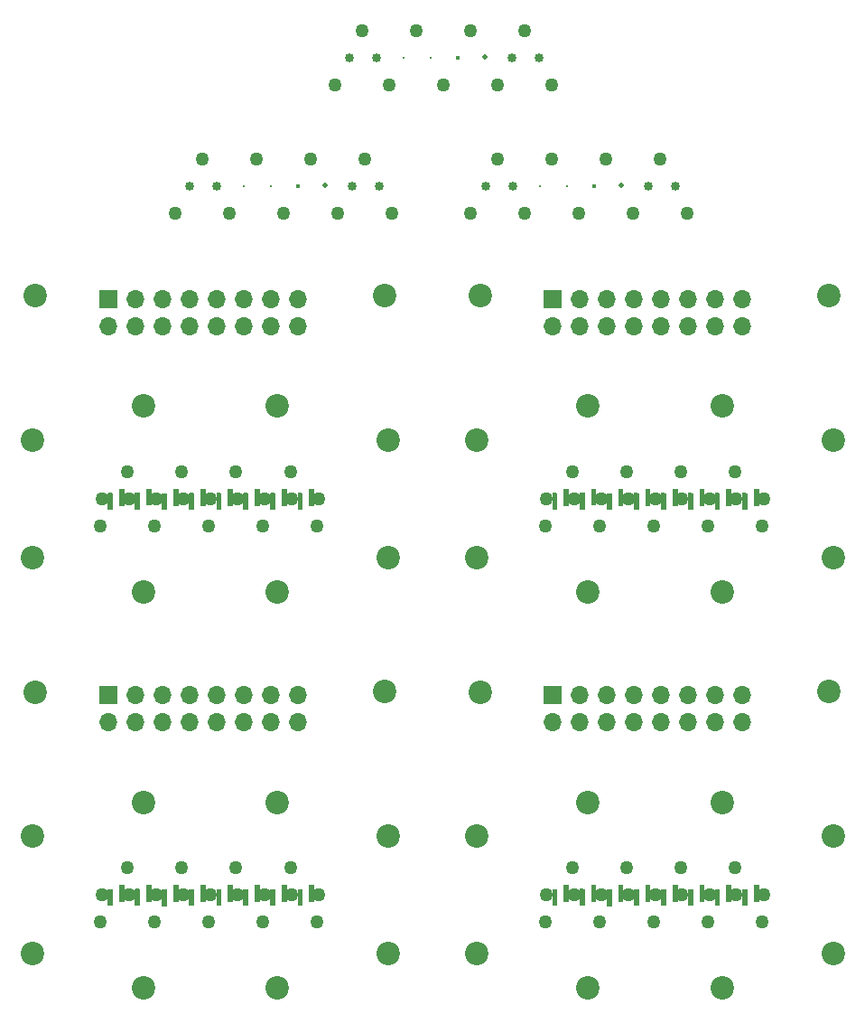
<source format=gbs>
%MOIN*%
%OFA0B0*%
%FSLAX46Y46*%
%IPPOS*%
%LPD*%
%ADD10C,0.0039370078740157488*%
%ADD11C,0.086614173228346469*%
%ADD12O,0.066929133858267723X0.066929133858267723*%
%ADD13R,0.066929133858267723X0.066929133858267723*%
%ADD14R,0.015748031496062995X0.059055118110236227*%
%ADD15C,0.05*%
%ADD26C,0.0039370078740157488*%
%ADD27C,0.086614173228346469*%
%ADD28O,0.066929133858267723X0.066929133858267723*%
%ADD29R,0.066929133858267723X0.066929133858267723*%
%ADD30R,0.015748031496062995X0.059055118110236227*%
%ADD31C,0.05*%
%ADD32C,0.0039370078740157488*%
%ADD33C,0.086614173228346469*%
%ADD34O,0.066929133858267723X0.066929133858267723*%
%ADD35R,0.066929133858267723X0.066929133858267723*%
%ADD36R,0.015748031496062995X0.059055118110236227*%
%ADD37C,0.05*%
%ADD38C,0.0039370078740157488*%
%ADD39C,0.086614173228346469*%
%ADD40O,0.066929133858267723X0.066929133858267723*%
%ADD41R,0.066929133858267723X0.066929133858267723*%
%ADD42R,0.015748031496062995X0.059055118110236227*%
%ADD43C,0.05*%
%ADD44C,0.05*%
%ADD45C,0.01968503937007874*%
%ADD46C,0.015748031496062995*%
%ADD47C,0.011811023622047244*%
%ADD48C,0.00984251968503937*%
%ADD49C,0.033464566929133861*%
%ADD50C,0.05*%
%ADD51C,0.01968503937007874*%
%ADD52C,0.015748031496062995*%
%ADD53C,0.011811023622047244*%
%ADD54C,0.00984251968503937*%
%ADD55C,0.033464566929133861*%
%ADD56C,0.05*%
%ADD57C,0.01968503937007874*%
%ADD58C,0.015748031496062995*%
%ADD59C,0.011811023622047244*%
%ADD60C,0.00984251968503937*%
%ADD61C,0.033464566929133861*%
G01*
D10*
G36*
X0000545783Y0000529953D02*
G01*
X0000561531Y0000529953D01*
X0000561531Y0000470898D01*
X0000545783Y0000470898D01*
X0000545783Y0000529953D01*
G37*
X0000545783Y0000529953D02*
X0000561531Y0000529953D01*
X0000561531Y0000470898D01*
X0000545783Y0000470898D01*
X0000545783Y0000529953D01*
G36*
X0000503264Y0000514205D02*
G01*
X0000519012Y0000514205D01*
X0000519012Y0000455150D01*
X0000503264Y0000455150D01*
X0000503264Y0000514205D01*
G37*
X0000503264Y0000514205D02*
X0000519012Y0000514205D01*
X0000519012Y0000455150D01*
X0000503264Y0000455150D01*
X0000503264Y0000514205D01*
G36*
X0000645783Y0000528953D02*
G01*
X0000661531Y0000528953D01*
X0000661531Y0000469898D01*
X0000645783Y0000469898D01*
X0000645783Y0000528953D01*
G37*
X0000645783Y0000528953D02*
X0000661531Y0000528953D01*
X0000661531Y0000469898D01*
X0000645783Y0000469898D01*
X0000645783Y0000528953D01*
G36*
X0000603264Y0000513205D02*
G01*
X0000619012Y0000513205D01*
X0000619012Y0000454150D01*
X0000603264Y0000454150D01*
X0000603264Y0000513205D01*
G37*
X0000603264Y0000513205D02*
X0000619012Y0000513205D01*
X0000619012Y0000454150D01*
X0000603264Y0000454150D01*
X0000603264Y0000513205D01*
G36*
X0000746283Y0000529453D02*
G01*
X0000762031Y0000529453D01*
X0000762031Y0000470398D01*
X0000746283Y0000470398D01*
X0000746283Y0000529453D01*
G37*
X0000746283Y0000529453D02*
X0000762031Y0000529453D01*
X0000762031Y0000470398D01*
X0000746283Y0000470398D01*
X0000746283Y0000529453D01*
G36*
X0000703764Y0000513705D02*
G01*
X0000719512Y0000513705D01*
X0000719512Y0000454650D01*
X0000703764Y0000454650D01*
X0000703764Y0000513705D01*
G37*
X0000703764Y0000513705D02*
X0000719512Y0000513705D01*
X0000719512Y0000454650D01*
X0000703764Y0000454650D01*
X0000703764Y0000513705D01*
G36*
X0000846783Y0000529453D02*
G01*
X0000862531Y0000529453D01*
X0000862531Y0000470398D01*
X0000846783Y0000470398D01*
X0000846783Y0000529453D01*
G37*
X0000846783Y0000529453D02*
X0000862531Y0000529453D01*
X0000862531Y0000470398D01*
X0000846783Y0000470398D01*
X0000846783Y0000529453D01*
G36*
X0000804264Y0000513705D02*
G01*
X0000820012Y0000513705D01*
X0000820012Y0000454650D01*
X0000804264Y0000454650D01*
X0000804264Y0000513705D01*
G37*
X0000804264Y0000513705D02*
X0000820012Y0000513705D01*
X0000820012Y0000454650D01*
X0000804264Y0000454650D01*
X0000804264Y0000513705D01*
G36*
X0000445283Y0000529453D02*
G01*
X0000461031Y0000529453D01*
X0000461031Y0000470398D01*
X0000445283Y0000470398D01*
X0000445283Y0000529453D01*
G37*
X0000445283Y0000529453D02*
X0000461031Y0000529453D01*
X0000461031Y0000470398D01*
X0000445283Y0000470398D01*
X0000445283Y0000529453D01*
G36*
X0000402764Y0000513705D02*
G01*
X0000418512Y0000513705D01*
X0000418512Y0000454650D01*
X0000402764Y0000454650D01*
X0000402764Y0000513705D01*
G37*
X0000402764Y0000513705D02*
X0000418512Y0000513705D01*
X0000418512Y0000454650D01*
X0000402764Y0000454650D01*
X0000402764Y0000513705D01*
G36*
X0000945783Y0000529453D02*
G01*
X0000961531Y0000529453D01*
X0000961531Y0000470398D01*
X0000945783Y0000470398D01*
X0000945783Y0000529453D01*
G37*
X0000945783Y0000529453D02*
X0000961531Y0000529453D01*
X0000961531Y0000470398D01*
X0000945783Y0000470398D01*
X0000945783Y0000529453D01*
G36*
X0000903264Y0000513705D02*
G01*
X0000919012Y0000513705D01*
X0000919012Y0000454650D01*
X0000903264Y0000454650D01*
X0000903264Y0000513705D01*
G37*
X0000903264Y0000513705D02*
X0000919012Y0000513705D01*
X0000919012Y0000454650D01*
X0000903264Y0000454650D01*
X0000903264Y0000513705D01*
G36*
X0001045283Y0000529453D02*
G01*
X0001061031Y0000529453D01*
X0001061031Y0000470398D01*
X0001045283Y0000470398D01*
X0001045283Y0000529453D01*
G37*
X0001045283Y0000529453D02*
X0001061031Y0000529453D01*
X0001061031Y0000470398D01*
X0001045283Y0000470398D01*
X0001045283Y0000529453D01*
G36*
X0001002764Y0000513705D02*
G01*
X0001018512Y0000513705D01*
X0001018512Y0000454650D01*
X0001002764Y0000454650D01*
X0001002764Y0000513705D01*
G37*
X0001002764Y0000513705D02*
X0001018512Y0000513705D01*
X0001018512Y0000454650D01*
X0001002764Y0000454650D01*
X0001002764Y0000513705D01*
G36*
X0001146783Y0000529453D02*
G01*
X0001162531Y0000529453D01*
X0001162531Y0000470398D01*
X0001146783Y0000470398D01*
X0001146783Y0000529453D01*
G37*
X0001146783Y0000529453D02*
X0001162531Y0000529453D01*
X0001162531Y0000470398D01*
X0001146783Y0000470398D01*
X0001146783Y0000529453D01*
G36*
X0001104264Y0000513705D02*
G01*
X0001120012Y0000513705D01*
X0001120012Y0000454650D01*
X0001104264Y0000454650D01*
X0001104264Y0000513705D01*
G37*
X0001104264Y0000513705D02*
X0001120012Y0000513705D01*
X0001120012Y0000454650D01*
X0001104264Y0000454650D01*
X0001104264Y0000513705D01*
D11*
X0000136897Y0001241052D03*
X0001423897Y0001243052D03*
D12*
X0001103897Y0001130052D03*
X0001103897Y0001230052D03*
X0001003897Y0001130052D03*
X0001003897Y0001230052D03*
X0000903897Y0001130052D03*
X0000903897Y0001230052D03*
X0000803897Y0001130052D03*
X0000803897Y0001230052D03*
X0000703897Y0001130052D03*
X0000703897Y0001230052D03*
X0000603897Y0001130052D03*
X0000603897Y0001230052D03*
X0000503897Y0001130052D03*
X0000503897Y0001230052D03*
X0000403897Y0001130052D03*
D13*
X0000403897Y0001230052D03*
D14*
X0000511138Y0000484678D03*
X0000553657Y0000500426D03*
X0000611138Y0000483678D03*
X0000653657Y0000499426D03*
X0000711638Y0000484178D03*
X0000754157Y0000499926D03*
X0000812138Y0000484178D03*
X0000854657Y0000499926D03*
X0000410638Y0000484178D03*
X0000453157Y0000499926D03*
D15*
X0000376897Y0000392052D03*
X0000381897Y0000492052D03*
D14*
X0000911138Y0000484178D03*
X0000953657Y0000499926D03*
D11*
X0000124897Y0000708552D03*
X0000533897Y0000149552D03*
X0000124897Y0000275552D03*
X0001439397Y0000275552D03*
X0001439897Y0000708552D03*
X0000534397Y0000834552D03*
X0001030397Y0000149552D03*
X0001030397Y0000834552D03*
D15*
X0000582397Y0000492052D03*
X0000876897Y0000592052D03*
X0000476897Y0000592052D03*
X0000682397Y0000492052D03*
X0000576897Y0000392052D03*
X0000482397Y0000492052D03*
X0001182397Y0000492052D03*
X0000776897Y0000392052D03*
X0000976897Y0000392052D03*
X0001176897Y0000393052D03*
X0000982397Y0000492052D03*
X0000782397Y0000492052D03*
X0001081897Y0000492052D03*
X0001077397Y0000592052D03*
X0000881897Y0000492052D03*
X0000676897Y0000592052D03*
D14*
X0001010638Y0000484178D03*
X0001053157Y0000499926D03*
X0001112138Y0000484178D03*
X0001154657Y0000499926D03*
G04 next file*
G04 #@! TF.GenerationSoftware,KiCad,Pcbnew,(5.1.12)-1*
G04 #@! TF.CreationDate,2022-03-26T22:13:32+08:00*
G04 #@! TF.ProjectId,Nozzle,4e6f7a7a-6c65-42e6-9b69-6361645f7063,0.5*
G04 #@! TF.SameCoordinates,Original*
G04 #@! TF.FileFunction,Soldermask,Bot*
G04 #@! TF.FilePolarity,Negative*
G04 Gerber Fmt 4.6, Leading zero omitted, Abs format (unit mm)*
G04 Created by KiCad (PCBNEW (5.1.12)-1) date 2022-03-26 22:13:32*
G01*
G04 APERTURE LIST*
G04 APERTURE END LIST*
D26*
G36*
X0002187425Y0000529953D02*
G01*
X0002203173Y0000529953D01*
X0002203173Y0000470898D01*
X0002187425Y0000470898D01*
X0002187425Y0000529953D01*
G37*
X0002187425Y0000529953D02*
X0002203173Y0000529953D01*
X0002203173Y0000470898D01*
X0002187425Y0000470898D01*
X0002187425Y0000529953D01*
G36*
X0002144905Y0000514205D02*
G01*
X0002160653Y0000514205D01*
X0002160653Y0000455150D01*
X0002144905Y0000455150D01*
X0002144905Y0000514205D01*
G37*
X0002144905Y0000514205D02*
X0002160653Y0000514205D01*
X0002160653Y0000455150D01*
X0002144905Y0000455150D01*
X0002144905Y0000514205D01*
G36*
X0002287425Y0000528953D02*
G01*
X0002303173Y0000528953D01*
X0002303173Y0000469898D01*
X0002287425Y0000469898D01*
X0002287425Y0000528953D01*
G37*
X0002287425Y0000528953D02*
X0002303173Y0000528953D01*
X0002303173Y0000469898D01*
X0002287425Y0000469898D01*
X0002287425Y0000528953D01*
G36*
X0002244905Y0000513205D02*
G01*
X0002260653Y0000513205D01*
X0002260653Y0000454150D01*
X0002244905Y0000454150D01*
X0002244905Y0000513205D01*
G37*
X0002244905Y0000513205D02*
X0002260653Y0000513205D01*
X0002260653Y0000454150D01*
X0002244905Y0000454150D01*
X0002244905Y0000513205D01*
G36*
X0002387925Y0000529453D02*
G01*
X0002403673Y0000529453D01*
X0002403673Y0000470398D01*
X0002387925Y0000470398D01*
X0002387925Y0000529453D01*
G37*
X0002387925Y0000529453D02*
X0002403673Y0000529453D01*
X0002403673Y0000470398D01*
X0002387925Y0000470398D01*
X0002387925Y0000529453D01*
G36*
X0002345405Y0000513705D02*
G01*
X0002361153Y0000513705D01*
X0002361153Y0000454650D01*
X0002345405Y0000454650D01*
X0002345405Y0000513705D01*
G37*
X0002345405Y0000513705D02*
X0002361153Y0000513705D01*
X0002361153Y0000454650D01*
X0002345405Y0000454650D01*
X0002345405Y0000513705D01*
G36*
X0002488425Y0000529453D02*
G01*
X0002504173Y0000529453D01*
X0002504173Y0000470398D01*
X0002488425Y0000470398D01*
X0002488425Y0000529453D01*
G37*
X0002488425Y0000529453D02*
X0002504173Y0000529453D01*
X0002504173Y0000470398D01*
X0002488425Y0000470398D01*
X0002488425Y0000529453D01*
G36*
X0002445905Y0000513705D02*
G01*
X0002461653Y0000513705D01*
X0002461653Y0000454650D01*
X0002445905Y0000454650D01*
X0002445905Y0000513705D01*
G37*
X0002445905Y0000513705D02*
X0002461653Y0000513705D01*
X0002461653Y0000454650D01*
X0002445905Y0000454650D01*
X0002445905Y0000513705D01*
G36*
X0002086925Y0000529453D02*
G01*
X0002102673Y0000529453D01*
X0002102673Y0000470398D01*
X0002086925Y0000470398D01*
X0002086925Y0000529453D01*
G37*
X0002086925Y0000529453D02*
X0002102673Y0000529453D01*
X0002102673Y0000470398D01*
X0002086925Y0000470398D01*
X0002086925Y0000529453D01*
G36*
X0002044405Y0000513705D02*
G01*
X0002060153Y0000513705D01*
X0002060153Y0000454650D01*
X0002044405Y0000454650D01*
X0002044405Y0000513705D01*
G37*
X0002044405Y0000513705D02*
X0002060153Y0000513705D01*
X0002060153Y0000454650D01*
X0002044405Y0000454650D01*
X0002044405Y0000513705D01*
G36*
X0002587425Y0000529453D02*
G01*
X0002603173Y0000529453D01*
X0002603173Y0000470398D01*
X0002587425Y0000470398D01*
X0002587425Y0000529453D01*
G37*
X0002587425Y0000529453D02*
X0002603173Y0000529453D01*
X0002603173Y0000470398D01*
X0002587425Y0000470398D01*
X0002587425Y0000529453D01*
G36*
X0002544905Y0000513705D02*
G01*
X0002560653Y0000513705D01*
X0002560653Y0000454650D01*
X0002544905Y0000454650D01*
X0002544905Y0000513705D01*
G37*
X0002544905Y0000513705D02*
X0002560653Y0000513705D01*
X0002560653Y0000454650D01*
X0002544905Y0000454650D01*
X0002544905Y0000513705D01*
G36*
X0002686925Y0000529453D02*
G01*
X0002702673Y0000529453D01*
X0002702673Y0000470398D01*
X0002686925Y0000470398D01*
X0002686925Y0000529453D01*
G37*
X0002686925Y0000529453D02*
X0002702673Y0000529453D01*
X0002702673Y0000470398D01*
X0002686925Y0000470398D01*
X0002686925Y0000529453D01*
G36*
X0002644405Y0000513705D02*
G01*
X0002660153Y0000513705D01*
X0002660153Y0000454650D01*
X0002644405Y0000454650D01*
X0002644405Y0000513705D01*
G37*
X0002644405Y0000513705D02*
X0002660153Y0000513705D01*
X0002660153Y0000454650D01*
X0002644405Y0000454650D01*
X0002644405Y0000513705D01*
G36*
X0002788425Y0000529453D02*
G01*
X0002804173Y0000529453D01*
X0002804173Y0000470398D01*
X0002788425Y0000470398D01*
X0002788425Y0000529453D01*
G37*
X0002788425Y0000529453D02*
X0002804173Y0000529453D01*
X0002804173Y0000470398D01*
X0002788425Y0000470398D01*
X0002788425Y0000529453D01*
G36*
X0002745905Y0000513705D02*
G01*
X0002761653Y0000513705D01*
X0002761653Y0000454650D01*
X0002745905Y0000454650D01*
X0002745905Y0000513705D01*
G37*
X0002745905Y0000513705D02*
X0002761653Y0000513705D01*
X0002761653Y0000454650D01*
X0002745905Y0000454650D01*
X0002745905Y0000513705D01*
D27*
X0001778539Y0001241052D03*
X0003065539Y0001243052D03*
D28*
X0002745539Y0001130052D03*
X0002745539Y0001230052D03*
X0002645539Y0001130052D03*
X0002645539Y0001230052D03*
X0002545539Y0001130052D03*
X0002545539Y0001230052D03*
X0002445539Y0001130052D03*
X0002445539Y0001230052D03*
X0002345539Y0001130052D03*
X0002345539Y0001230052D03*
X0002245539Y0001130052D03*
X0002245539Y0001230052D03*
X0002145539Y0001130052D03*
X0002145539Y0001230052D03*
X0002045539Y0001130052D03*
D29*
X0002045539Y0001230052D03*
D30*
X0002152779Y0000484678D03*
X0002195299Y0000500426D03*
X0002252779Y0000483678D03*
X0002295299Y0000499426D03*
X0002353279Y0000484178D03*
X0002395799Y0000499926D03*
X0002453779Y0000484178D03*
X0002496299Y0000499926D03*
X0002052279Y0000484178D03*
X0002094799Y0000499926D03*
D31*
X0002018539Y0000392052D03*
X0002023539Y0000492052D03*
D30*
X0002552779Y0000484178D03*
X0002595299Y0000499926D03*
D27*
X0001766539Y0000708552D03*
X0002175539Y0000149552D03*
X0001766539Y0000275552D03*
X0003081039Y0000275552D03*
X0003081539Y0000708552D03*
X0002176039Y0000834552D03*
X0002672039Y0000149552D03*
X0002672039Y0000834552D03*
D31*
X0002224039Y0000492052D03*
X0002518539Y0000592052D03*
X0002118539Y0000592052D03*
X0002324039Y0000492052D03*
X0002218539Y0000392052D03*
X0002124039Y0000492052D03*
X0002824039Y0000492052D03*
X0002418539Y0000392052D03*
X0002618539Y0000392052D03*
X0002818539Y0000393052D03*
X0002624039Y0000492052D03*
X0002424039Y0000492052D03*
X0002723539Y0000492052D03*
X0002719039Y0000592052D03*
X0002523539Y0000492052D03*
X0002318539Y0000592052D03*
D30*
X0002652279Y0000484178D03*
X0002694799Y0000499926D03*
X0002753779Y0000484178D03*
X0002796299Y0000499926D03*
G04 next file*
G04 #@! TF.GenerationSoftware,KiCad,Pcbnew,(5.1.12)-1*
G04 #@! TF.CreationDate,2022-03-26T22:13:32+08:00*
G04 #@! TF.ProjectId,Nozzle,4e6f7a7a-6c65-42e6-9b69-6361645f7063,0.5*
G04 #@! TF.SameCoordinates,Original*
G04 #@! TF.FileFunction,Soldermask,Bot*
G04 #@! TF.FilePolarity,Negative*
G04 Gerber Fmt 4.6, Leading zero omitted, Abs format (unit mm)*
G04 Created by KiCad (PCBNEW (5.1.12)-1) date 2022-03-26 22:13:32*
G01*
G04 APERTURE LIST*
G04 APERTURE END LIST*
D32*
G36*
X0000545783Y0001990584D02*
G01*
X0000561531Y0001990584D01*
X0000561531Y0001931529D01*
X0000545783Y0001931529D01*
X0000545783Y0001990584D01*
G37*
X0000545783Y0001990584D02*
X0000561531Y0001990584D01*
X0000561531Y0001931529D01*
X0000545783Y0001931529D01*
X0000545783Y0001990584D01*
G36*
X0000503264Y0001974836D02*
G01*
X0000519012Y0001974836D01*
X0000519012Y0001915781D01*
X0000503264Y0001915781D01*
X0000503264Y0001974836D01*
G37*
X0000503264Y0001974836D02*
X0000519012Y0001974836D01*
X0000519012Y0001915781D01*
X0000503264Y0001915781D01*
X0000503264Y0001974836D01*
G36*
X0000645783Y0001989584D02*
G01*
X0000661531Y0001989584D01*
X0000661531Y0001930529D01*
X0000645783Y0001930529D01*
X0000645783Y0001989584D01*
G37*
X0000645783Y0001989584D02*
X0000661531Y0001989584D01*
X0000661531Y0001930529D01*
X0000645783Y0001930529D01*
X0000645783Y0001989584D01*
G36*
X0000603264Y0001973836D02*
G01*
X0000619012Y0001973836D01*
X0000619012Y0001914781D01*
X0000603264Y0001914781D01*
X0000603264Y0001973836D01*
G37*
X0000603264Y0001973836D02*
X0000619012Y0001973836D01*
X0000619012Y0001914781D01*
X0000603264Y0001914781D01*
X0000603264Y0001973836D01*
G36*
X0000746283Y0001990084D02*
G01*
X0000762031Y0001990084D01*
X0000762031Y0001931029D01*
X0000746283Y0001931029D01*
X0000746283Y0001990084D01*
G37*
X0000746283Y0001990084D02*
X0000762031Y0001990084D01*
X0000762031Y0001931029D01*
X0000746283Y0001931029D01*
X0000746283Y0001990084D01*
G36*
X0000703764Y0001974336D02*
G01*
X0000719512Y0001974336D01*
X0000719512Y0001915281D01*
X0000703764Y0001915281D01*
X0000703764Y0001974336D01*
G37*
X0000703764Y0001974336D02*
X0000719512Y0001974336D01*
X0000719512Y0001915281D01*
X0000703764Y0001915281D01*
X0000703764Y0001974336D01*
G36*
X0000846783Y0001990084D02*
G01*
X0000862531Y0001990084D01*
X0000862531Y0001931029D01*
X0000846783Y0001931029D01*
X0000846783Y0001990084D01*
G37*
X0000846783Y0001990084D02*
X0000862531Y0001990084D01*
X0000862531Y0001931029D01*
X0000846783Y0001931029D01*
X0000846783Y0001990084D01*
G36*
X0000804264Y0001974336D02*
G01*
X0000820012Y0001974336D01*
X0000820012Y0001915281D01*
X0000804264Y0001915281D01*
X0000804264Y0001974336D01*
G37*
X0000804264Y0001974336D02*
X0000820012Y0001974336D01*
X0000820012Y0001915281D01*
X0000804264Y0001915281D01*
X0000804264Y0001974336D01*
G36*
X0000445283Y0001990084D02*
G01*
X0000461031Y0001990084D01*
X0000461031Y0001931029D01*
X0000445283Y0001931029D01*
X0000445283Y0001990084D01*
G37*
X0000445283Y0001990084D02*
X0000461031Y0001990084D01*
X0000461031Y0001931029D01*
X0000445283Y0001931029D01*
X0000445283Y0001990084D01*
G36*
X0000402764Y0001974336D02*
G01*
X0000418512Y0001974336D01*
X0000418512Y0001915281D01*
X0000402764Y0001915281D01*
X0000402764Y0001974336D01*
G37*
X0000402764Y0001974336D02*
X0000418512Y0001974336D01*
X0000418512Y0001915281D01*
X0000402764Y0001915281D01*
X0000402764Y0001974336D01*
G36*
X0000945783Y0001990084D02*
G01*
X0000961531Y0001990084D01*
X0000961531Y0001931029D01*
X0000945783Y0001931029D01*
X0000945783Y0001990084D01*
G37*
X0000945783Y0001990084D02*
X0000961531Y0001990084D01*
X0000961531Y0001931029D01*
X0000945783Y0001931029D01*
X0000945783Y0001990084D01*
G36*
X0000903264Y0001974336D02*
G01*
X0000919012Y0001974336D01*
X0000919012Y0001915281D01*
X0000903264Y0001915281D01*
X0000903264Y0001974336D01*
G37*
X0000903264Y0001974336D02*
X0000919012Y0001974336D01*
X0000919012Y0001915281D01*
X0000903264Y0001915281D01*
X0000903264Y0001974336D01*
G36*
X0001045283Y0001990084D02*
G01*
X0001061031Y0001990084D01*
X0001061031Y0001931029D01*
X0001045283Y0001931029D01*
X0001045283Y0001990084D01*
G37*
X0001045283Y0001990084D02*
X0001061031Y0001990084D01*
X0001061031Y0001931029D01*
X0001045283Y0001931029D01*
X0001045283Y0001990084D01*
G36*
X0001002764Y0001974336D02*
G01*
X0001018512Y0001974336D01*
X0001018512Y0001915281D01*
X0001002764Y0001915281D01*
X0001002764Y0001974336D01*
G37*
X0001002764Y0001974336D02*
X0001018512Y0001974336D01*
X0001018512Y0001915281D01*
X0001002764Y0001915281D01*
X0001002764Y0001974336D01*
G36*
X0001146783Y0001990084D02*
G01*
X0001162531Y0001990084D01*
X0001162531Y0001931029D01*
X0001146783Y0001931029D01*
X0001146783Y0001990084D01*
G37*
X0001146783Y0001990084D02*
X0001162531Y0001990084D01*
X0001162531Y0001931029D01*
X0001146783Y0001931029D01*
X0001146783Y0001990084D01*
G36*
X0001104264Y0001974336D02*
G01*
X0001120012Y0001974336D01*
X0001120012Y0001915281D01*
X0001104264Y0001915281D01*
X0001104264Y0001974336D01*
G37*
X0001104264Y0001974336D02*
X0001120012Y0001974336D01*
X0001120012Y0001915281D01*
X0001104264Y0001915281D01*
X0001104264Y0001974336D01*
D33*
X0000136897Y0002701682D03*
X0001423897Y0002703682D03*
D34*
X0001103897Y0002590682D03*
X0001103897Y0002690682D03*
X0001003897Y0002590682D03*
X0001003897Y0002690682D03*
X0000903897Y0002590682D03*
X0000903897Y0002690682D03*
X0000803897Y0002590682D03*
X0000803897Y0002690682D03*
X0000703897Y0002590682D03*
X0000703897Y0002690682D03*
X0000603897Y0002590682D03*
X0000603897Y0002690682D03*
X0000503897Y0002590682D03*
X0000503897Y0002690682D03*
X0000403897Y0002590682D03*
D35*
X0000403897Y0002690682D03*
D36*
X0000511138Y0001945308D03*
X0000553657Y0001961057D03*
X0000611138Y0001944308D03*
X0000653657Y0001960057D03*
X0000711638Y0001944808D03*
X0000754157Y0001960557D03*
X0000812138Y0001944808D03*
X0000854657Y0001960557D03*
X0000410638Y0001944808D03*
X0000453157Y0001960557D03*
D37*
X0000376897Y0001852682D03*
X0000381897Y0001952682D03*
D36*
X0000911138Y0001944808D03*
X0000953657Y0001960557D03*
D33*
X0000124897Y0002169182D03*
X0000533897Y0001610182D03*
X0000124897Y0001736182D03*
X0001439397Y0001736182D03*
X0001439897Y0002169182D03*
X0000534397Y0002295182D03*
X0001030397Y0001610182D03*
X0001030397Y0002295182D03*
D37*
X0000582397Y0001952682D03*
X0000876897Y0002052682D03*
X0000476897Y0002052682D03*
X0000682397Y0001952682D03*
X0000576897Y0001852682D03*
X0000482397Y0001952682D03*
X0001182397Y0001952682D03*
X0000776897Y0001852682D03*
X0000976897Y0001852682D03*
X0001176897Y0001853682D03*
X0000982397Y0001952682D03*
X0000782397Y0001952682D03*
X0001081897Y0001952682D03*
X0001077397Y0002052682D03*
X0000881897Y0001952682D03*
X0000676897Y0002052682D03*
D36*
X0001010638Y0001944808D03*
X0001053157Y0001960557D03*
X0001112138Y0001944808D03*
X0001154657Y0001960557D03*
G04 next file*
G04 #@! TF.GenerationSoftware,KiCad,Pcbnew,(5.1.12)-1*
G04 #@! TF.CreationDate,2022-03-26T22:13:32+08:00*
G04 #@! TF.ProjectId,Nozzle,4e6f7a7a-6c65-42e6-9b69-6361645f7063,0.5*
G04 #@! TF.SameCoordinates,Original*
G04 #@! TF.FileFunction,Soldermask,Bot*
G04 #@! TF.FilePolarity,Negative*
G04 Gerber Fmt 4.6, Leading zero omitted, Abs format (unit mm)*
G04 Created by KiCad (PCBNEW (5.1.12)-1) date 2022-03-26 22:13:32*
G01*
G04 APERTURE LIST*
G04 APERTURE END LIST*
D38*
G36*
X0002187425Y0001990584D02*
G01*
X0002203173Y0001990584D01*
X0002203173Y0001931529D01*
X0002187425Y0001931529D01*
X0002187425Y0001990584D01*
G37*
X0002187425Y0001990584D02*
X0002203173Y0001990584D01*
X0002203173Y0001931529D01*
X0002187425Y0001931529D01*
X0002187425Y0001990584D01*
G36*
X0002144905Y0001974836D02*
G01*
X0002160653Y0001974836D01*
X0002160653Y0001915781D01*
X0002144905Y0001915781D01*
X0002144905Y0001974836D01*
G37*
X0002144905Y0001974836D02*
X0002160653Y0001974836D01*
X0002160653Y0001915781D01*
X0002144905Y0001915781D01*
X0002144905Y0001974836D01*
G36*
X0002287425Y0001989584D02*
G01*
X0002303173Y0001989584D01*
X0002303173Y0001930529D01*
X0002287425Y0001930529D01*
X0002287425Y0001989584D01*
G37*
X0002287425Y0001989584D02*
X0002303173Y0001989584D01*
X0002303173Y0001930529D01*
X0002287425Y0001930529D01*
X0002287425Y0001989584D01*
G36*
X0002244905Y0001973836D02*
G01*
X0002260653Y0001973836D01*
X0002260653Y0001914781D01*
X0002244905Y0001914781D01*
X0002244905Y0001973836D01*
G37*
X0002244905Y0001973836D02*
X0002260653Y0001973836D01*
X0002260653Y0001914781D01*
X0002244905Y0001914781D01*
X0002244905Y0001973836D01*
G36*
X0002387925Y0001990084D02*
G01*
X0002403673Y0001990084D01*
X0002403673Y0001931029D01*
X0002387925Y0001931029D01*
X0002387925Y0001990084D01*
G37*
X0002387925Y0001990084D02*
X0002403673Y0001990084D01*
X0002403673Y0001931029D01*
X0002387925Y0001931029D01*
X0002387925Y0001990084D01*
G36*
X0002345405Y0001974336D02*
G01*
X0002361153Y0001974336D01*
X0002361153Y0001915281D01*
X0002345405Y0001915281D01*
X0002345405Y0001974336D01*
G37*
X0002345405Y0001974336D02*
X0002361153Y0001974336D01*
X0002361153Y0001915281D01*
X0002345405Y0001915281D01*
X0002345405Y0001974336D01*
G36*
X0002488425Y0001990084D02*
G01*
X0002504173Y0001990084D01*
X0002504173Y0001931029D01*
X0002488425Y0001931029D01*
X0002488425Y0001990084D01*
G37*
X0002488425Y0001990084D02*
X0002504173Y0001990084D01*
X0002504173Y0001931029D01*
X0002488425Y0001931029D01*
X0002488425Y0001990084D01*
G36*
X0002445905Y0001974336D02*
G01*
X0002461653Y0001974336D01*
X0002461653Y0001915281D01*
X0002445905Y0001915281D01*
X0002445905Y0001974336D01*
G37*
X0002445905Y0001974336D02*
X0002461653Y0001974336D01*
X0002461653Y0001915281D01*
X0002445905Y0001915281D01*
X0002445905Y0001974336D01*
G36*
X0002086925Y0001990084D02*
G01*
X0002102673Y0001990084D01*
X0002102673Y0001931029D01*
X0002086925Y0001931029D01*
X0002086925Y0001990084D01*
G37*
X0002086925Y0001990084D02*
X0002102673Y0001990084D01*
X0002102673Y0001931029D01*
X0002086925Y0001931029D01*
X0002086925Y0001990084D01*
G36*
X0002044405Y0001974336D02*
G01*
X0002060153Y0001974336D01*
X0002060153Y0001915281D01*
X0002044405Y0001915281D01*
X0002044405Y0001974336D01*
G37*
X0002044405Y0001974336D02*
X0002060153Y0001974336D01*
X0002060153Y0001915281D01*
X0002044405Y0001915281D01*
X0002044405Y0001974336D01*
G36*
X0002587425Y0001990084D02*
G01*
X0002603173Y0001990084D01*
X0002603173Y0001931029D01*
X0002587425Y0001931029D01*
X0002587425Y0001990084D01*
G37*
X0002587425Y0001990084D02*
X0002603173Y0001990084D01*
X0002603173Y0001931029D01*
X0002587425Y0001931029D01*
X0002587425Y0001990084D01*
G36*
X0002544905Y0001974336D02*
G01*
X0002560653Y0001974336D01*
X0002560653Y0001915281D01*
X0002544905Y0001915281D01*
X0002544905Y0001974336D01*
G37*
X0002544905Y0001974336D02*
X0002560653Y0001974336D01*
X0002560653Y0001915281D01*
X0002544905Y0001915281D01*
X0002544905Y0001974336D01*
G36*
X0002686925Y0001990084D02*
G01*
X0002702673Y0001990084D01*
X0002702673Y0001931029D01*
X0002686925Y0001931029D01*
X0002686925Y0001990084D01*
G37*
X0002686925Y0001990084D02*
X0002702673Y0001990084D01*
X0002702673Y0001931029D01*
X0002686925Y0001931029D01*
X0002686925Y0001990084D01*
G36*
X0002644405Y0001974336D02*
G01*
X0002660153Y0001974336D01*
X0002660153Y0001915281D01*
X0002644405Y0001915281D01*
X0002644405Y0001974336D01*
G37*
X0002644405Y0001974336D02*
X0002660153Y0001974336D01*
X0002660153Y0001915281D01*
X0002644405Y0001915281D01*
X0002644405Y0001974336D01*
G36*
X0002788425Y0001990084D02*
G01*
X0002804173Y0001990084D01*
X0002804173Y0001931029D01*
X0002788425Y0001931029D01*
X0002788425Y0001990084D01*
G37*
X0002788425Y0001990084D02*
X0002804173Y0001990084D01*
X0002804173Y0001931029D01*
X0002788425Y0001931029D01*
X0002788425Y0001990084D01*
G36*
X0002745905Y0001974336D02*
G01*
X0002761653Y0001974336D01*
X0002761653Y0001915281D01*
X0002745905Y0001915281D01*
X0002745905Y0001974336D01*
G37*
X0002745905Y0001974336D02*
X0002761653Y0001974336D01*
X0002761653Y0001915281D01*
X0002745905Y0001915281D01*
X0002745905Y0001974336D01*
D39*
X0001778539Y0002701682D03*
X0003065539Y0002703682D03*
D40*
X0002745539Y0002590682D03*
X0002745539Y0002690682D03*
X0002645539Y0002590682D03*
X0002645539Y0002690682D03*
X0002545539Y0002590682D03*
X0002545539Y0002690682D03*
X0002445539Y0002590682D03*
X0002445539Y0002690682D03*
X0002345539Y0002590682D03*
X0002345539Y0002690682D03*
X0002245539Y0002590682D03*
X0002245539Y0002690682D03*
X0002145539Y0002590682D03*
X0002145539Y0002690682D03*
X0002045539Y0002590682D03*
D41*
X0002045539Y0002690682D03*
D42*
X0002152779Y0001945308D03*
X0002195299Y0001961057D03*
X0002252779Y0001944308D03*
X0002295299Y0001960057D03*
X0002353279Y0001944808D03*
X0002395799Y0001960557D03*
X0002453779Y0001944808D03*
X0002496299Y0001960557D03*
X0002052279Y0001944808D03*
X0002094799Y0001960557D03*
D43*
X0002018539Y0001852682D03*
X0002023539Y0001952682D03*
D42*
X0002552779Y0001944808D03*
X0002595299Y0001960557D03*
D39*
X0001766539Y0002169182D03*
X0002175539Y0001610182D03*
X0001766539Y0001736182D03*
X0003081039Y0001736182D03*
X0003081539Y0002169182D03*
X0002176039Y0002295182D03*
X0002672039Y0001610182D03*
X0002672039Y0002295182D03*
D43*
X0002224039Y0001952682D03*
X0002518539Y0002052682D03*
X0002118539Y0002052682D03*
X0002324039Y0001952682D03*
X0002218539Y0001852682D03*
X0002124039Y0001952682D03*
X0002824039Y0001952682D03*
X0002418539Y0001852682D03*
X0002618539Y0001852682D03*
X0002818539Y0001853682D03*
X0002624039Y0001952682D03*
X0002424039Y0001952682D03*
X0002723539Y0001952682D03*
X0002719039Y0002052682D03*
X0002523539Y0001952682D03*
X0002318539Y0002052682D03*
D42*
X0002652279Y0001944808D03*
X0002694799Y0001960557D03*
X0002753779Y0001944808D03*
X0002796299Y0001960557D03*
G04 next file*
G04 #@! TF.GenerationSoftware,KiCad,Pcbnew,(5.1.12)-1*
G04 #@! TF.CreationDate,2022-03-26T22:19:29+08:00*
G04 #@! TF.ProjectId,Nozzle,4e6f7a7a-6c65-42e6-9b69-6361645f7063,0.5*
G04 #@! TF.SameCoordinates,Original*
G04 #@! TF.FileFunction,Soldermask,Bot*
G04 #@! TF.FilePolarity,Negative*
G04 Gerber Fmt 4.6, Leading zero omitted, Abs format (unit mm)*
G04 Created by KiCad (PCBNEW (5.1.12)-1) date 2022-03-26 22:19:29*
G01*
G04 APERTURE LIST*
G04 APERTURE END LIST*
D44*
X-0004409448Y0004448818D02*
X0001450551Y0003007818D03*
X0000850551Y0003007318D03*
X0001050551Y0003007318D03*
X0001250551Y0003007818D03*
X0000650551Y0003007318D03*
X0000750551Y0003207318D03*
X0000950551Y0003207318D03*
X0001350551Y0003207318D03*
X0001150551Y0003207318D03*
D45*
X0001206551Y0003108818D03*
D46*
X0001106551Y0003107818D03*
D47*
X0001006551Y0003107318D03*
D48*
X0000906551Y0003107318D03*
D49*
X0001405551Y0003107818D03*
X0000805551Y0003107318D03*
X0001305551Y0003107318D03*
X0000705551Y0003107318D03*
G04 next file*
G04 #@! TF.GenerationSoftware,KiCad,Pcbnew,(5.1.12)-1*
G04 #@! TF.CreationDate,2022-03-26T22:19:29+08:00*
G04 #@! TF.ProjectId,Nozzle,4e6f7a7a-6c65-42e6-9b69-6361645f7063,0.5*
G04 #@! TF.SameCoordinates,Original*
G04 #@! TF.FileFunction,Soldermask,Bot*
G04 #@! TF.FilePolarity,Negative*
G04 Gerber Fmt 4.6, Leading zero omitted, Abs format (unit mm)*
G04 Created by KiCad (PCBNEW (5.1.12)-1) date 2022-03-26 22:19:29*
G01*
G04 APERTURE LIST*
G04 APERTURE END LIST*
D50*
X-0003818897Y0004921259D02*
X0002041102Y0003480259D03*
X0001441102Y0003479759D03*
X0001641102Y0003479759D03*
X0001841102Y0003480259D03*
X0001241102Y0003479759D03*
X0001341102Y0003679759D03*
X0001541102Y0003679759D03*
X0001941102Y0003679759D03*
X0001741102Y0003679759D03*
D51*
X0001797102Y0003581259D03*
D52*
X0001697102Y0003580259D03*
D53*
X0001597102Y0003579759D03*
D54*
X0001497102Y0003579759D03*
D55*
X0001996102Y0003580259D03*
X0001396102Y0003579759D03*
X0001896102Y0003579759D03*
X0001296102Y0003579759D03*
G04 next file*
G04 #@! TF.GenerationSoftware,KiCad,Pcbnew,(5.1.12)-1*
G04 #@! TF.CreationDate,2022-03-26T22:19:29+08:00*
G04 #@! TF.ProjectId,Nozzle,4e6f7a7a-6c65-42e6-9b69-6361645f7063,0.5*
G04 #@! TF.SameCoordinates,Original*
G04 #@! TF.FileFunction,Soldermask,Bot*
G04 #@! TF.FilePolarity,Negative*
G04 Gerber Fmt 4.6, Leading zero omitted, Abs format (unit mm)*
G04 Created by KiCad (PCBNEW (5.1.12)-1) date 2022-03-26 22:19:29*
G01*
G04 APERTURE LIST*
G04 APERTURE END LIST*
D56*
X-0003317358Y0004448761D02*
X0002542641Y0003007761D03*
X0001942641Y0003007261D03*
X0002142641Y0003007261D03*
X0002342641Y0003007761D03*
X0001742641Y0003007261D03*
X0001842641Y0003207261D03*
X0002042641Y0003207261D03*
X0002442641Y0003207261D03*
X0002242641Y0003207261D03*
D57*
X0002298641Y0003108761D03*
D58*
X0002198641Y0003107761D03*
D59*
X0002098641Y0003107261D03*
D60*
X0001998641Y0003107261D03*
D61*
X0002497641Y0003107761D03*
X0001897641Y0003107261D03*
X0002397641Y0003107261D03*
X0001797641Y0003107261D03*
M02*
</source>
